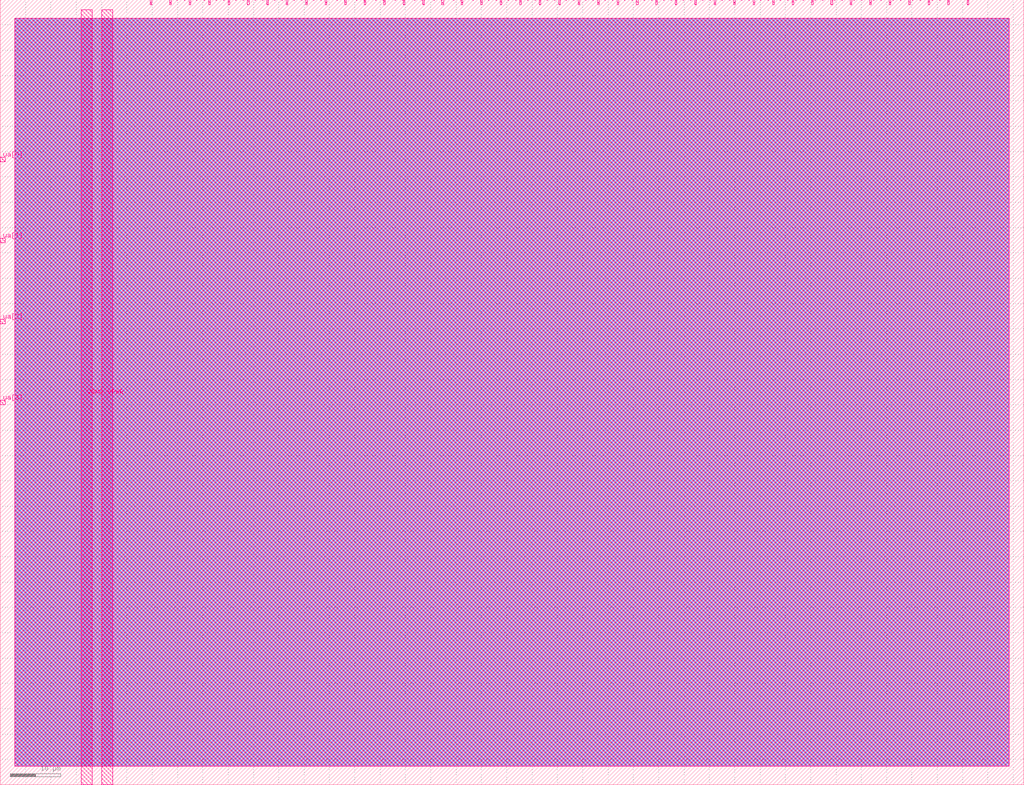
<source format=lef>
VERSION 5.7 ;
  NOWIREEXTENSIONATPIN ON ;
  DIVIDERCHAR "/" ;
  BUSBITCHARS "[]" ;
MACRO tt_um_template_1x1_analog
  CLASS BLOCK ;
  FOREIGN tt_um_template_1x1_analog ;
  ORIGIN 0.000 0.000 ;
  SIZE 202.080 BY 154.980 ;
  PIN VGND
    DIRECTION INOUT ;
    USE GROUND ;
    PORT
      LAYER Metal5 ;
        RECT 16.000 0.000 18.200 152.980 ;
    END
  END VGND
  PIN VPWR
    DIRECTION INOUT ;
    USE POWER ;
    PORT
      LAYER Metal5 ;
        RECT 20.000 0.000 22.200 152.980 ;
    END
  END VPWR
  PIN clk
    DIRECTION INPUT ;
    USE SIGNAL ;
    ANTENNAGATEAREA 0.426400 ;
    PORT
      LAYER Metal5 ;
        RECT 187.050 153.980 187.350 154.980 ;
    END
  END clk
  PIN ena
    DIRECTION INPUT ;
    USE SIGNAL ;
    PORT
      LAYER Metal5 ;
        RECT 190.890 153.980 191.190 154.980 ;
    END
  END ena
  PIN rst_n
    DIRECTION INPUT ;
    USE SIGNAL ;
    ANTENNAGATEAREA 0.741000 ;
    PORT
      LAYER Metal5 ;
        RECT 183.210 153.980 183.510 154.980 ;
    END
  END rst_n
  PIN ui_in[0]
    DIRECTION INPUT ;
    USE SIGNAL ;
    ANTENNAGATEAREA 0.180700 ;
    PORT
      LAYER Metal5 ;
        RECT 179.370 153.980 179.670 154.980 ;
    END
  END ui_in[0]
  PIN ui_in[1]
    DIRECTION INPUT ;
    USE SIGNAL ;
    ANTENNAGATEAREA 0.180700 ;
    PORT
      LAYER Metal5 ;
        RECT 175.530 153.980 175.830 154.980 ;
    END
  END ui_in[1]
  PIN ui_in[2]
    DIRECTION INPUT ;
    USE SIGNAL ;
    ANTENNAGATEAREA 0.180700 ;
    PORT
      LAYER Metal5 ;
        RECT 171.690 153.980 171.990 154.980 ;
    END
  END ui_in[2]
  PIN ui_in[3]
    DIRECTION INPUT ;
    USE SIGNAL ;
    ANTENNAGATEAREA 0.180700 ;
    PORT
      LAYER Metal5 ;
        RECT 167.850 153.980 168.150 154.980 ;
    END
  END ui_in[3]
  PIN ui_in[4]
    DIRECTION INPUT ;
    USE SIGNAL ;
    ANTENNAGATEAREA 0.180700 ;
    PORT
      LAYER Metal5 ;
        RECT 164.010 153.980 164.310 154.980 ;
    END
  END ui_in[4]
  PIN ui_in[5]
    DIRECTION INPUT ;
    USE SIGNAL ;
    ANTENNAGATEAREA 0.180700 ;
    PORT
      LAYER Metal5 ;
        RECT 160.170 153.980 160.470 154.980 ;
    END
  END ui_in[5]
  PIN ui_in[6]
    DIRECTION INPUT ;
    USE SIGNAL ;
    ANTENNAGATEAREA 0.180700 ;
    PORT
      LAYER Metal5 ;
        RECT 156.330 153.980 156.630 154.980 ;
    END
  END ui_in[6]
  PIN ui_in[7]
    DIRECTION INPUT ;
    USE SIGNAL ;
    ANTENNAGATEAREA 0.180700 ;
    PORT
      LAYER Metal5 ;
        RECT 152.490 153.980 152.790 154.980 ;
    END
  END ui_in[7]
  PIN uio_in[0]
    DIRECTION INPUT ;
    USE SIGNAL ;
    PORT
      LAYER Metal5 ;
        RECT 148.650 153.980 148.950 154.980 ;
    END
  END uio_in[0]
  PIN uio_in[1]
    DIRECTION INPUT ;
    USE SIGNAL ;
    PORT
      LAYER Metal5 ;
        RECT 144.810 153.980 145.110 154.980 ;
    END
  END uio_in[1]
  PIN uio_in[2]
    DIRECTION INPUT ;
    USE SIGNAL ;
    ANTENNAGATEAREA 0.180700 ;
    PORT
      LAYER Metal5 ;
        RECT 140.970 153.980 141.270 154.980 ;
    END
  END uio_in[2]
  PIN uio_in[3]
    DIRECTION INPUT ;
    USE SIGNAL ;
    PORT
      LAYER Metal5 ;
        RECT 137.130 153.980 137.430 154.980 ;
    END
  END uio_in[3]
  PIN uio_in[4]
    DIRECTION INPUT ;
    USE SIGNAL ;
    PORT
      LAYER Metal5 ;
        RECT 133.290 153.980 133.590 154.980 ;
    END
  END uio_in[4]
  PIN uio_in[5]
    DIRECTION INPUT ;
    USE SIGNAL ;
    PORT
      LAYER Metal5 ;
        RECT 129.450 153.980 129.750 154.980 ;
    END
  END uio_in[5]
  PIN uio_in[6]
    DIRECTION INPUT ;
    USE SIGNAL ;
    ANTENNAGATEAREA 0.180700 ;
    PORT
      LAYER Metal5 ;
        RECT 125.610 153.980 125.910 154.980 ;
    END
  END uio_in[6]
  PIN uio_in[7]
    DIRECTION INPUT ;
    USE SIGNAL ;
    PORT
      LAYER Metal5 ;
        RECT 121.770 153.980 122.070 154.980 ;
    END
  END uio_in[7]
  PIN uio_oe[0]
    DIRECTION OUTPUT ;
    USE SIGNAL ;
    ANTENNADIFFAREA 0.392700 ;
    PORT
      LAYER Metal5 ;
        RECT 56.490 153.980 56.790 154.980 ;
    END
  END uio_oe[0]
  PIN uio_oe[1]
    DIRECTION OUTPUT ;
    USE SIGNAL ;
    ANTENNADIFFAREA 0.712400 ;
    PORT
      LAYER Metal5 ;
        RECT 52.650 153.980 52.950 154.980 ;
    END
  END uio_oe[1]
  PIN uio_oe[2]
    DIRECTION OUTPUT ;
    USE SIGNAL ;
    ANTENNADIFFAREA 0.299200 ;
    PORT
      LAYER Metal5 ;
        RECT 48.810 153.980 49.110 154.980 ;
    END
  END uio_oe[2]
  PIN uio_oe[3]
    DIRECTION OUTPUT ;
    USE SIGNAL ;
    ANTENNADIFFAREA 0.392700 ;
    PORT
      LAYER Metal5 ;
        RECT 44.970 153.980 45.270 154.980 ;
    END
  END uio_oe[3]
  PIN uio_oe[4]
    DIRECTION OUTPUT ;
    USE SIGNAL ;
    ANTENNADIFFAREA 0.392700 ;
    PORT
      LAYER Metal5 ;
        RECT 41.130 153.980 41.430 154.980 ;
    END
  END uio_oe[4]
  PIN uio_oe[5]
    DIRECTION OUTPUT ;
    USE SIGNAL ;
    ANTENNADIFFAREA 0.392700 ;
    PORT
      LAYER Metal5 ;
        RECT 37.290 153.980 37.590 154.980 ;
    END
  END uio_oe[5]
  PIN uio_oe[6]
    DIRECTION OUTPUT ;
    USE SIGNAL ;
    ANTENNADIFFAREA 0.299200 ;
    PORT
      LAYER Metal5 ;
        RECT 33.450 153.980 33.750 154.980 ;
    END
  END uio_oe[6]
  PIN uio_oe[7]
    DIRECTION OUTPUT ;
    USE SIGNAL ;
    ANTENNADIFFAREA 0.392700 ;
    PORT
      LAYER Metal5 ;
        RECT 29.610 153.980 29.910 154.980 ;
    END
  END uio_oe[7]
  PIN uio_out[0]
    DIRECTION OUTPUT ;
    USE SIGNAL ;
    ANTENNADIFFAREA 0.654800 ;
    PORT
      LAYER Metal5 ;
        RECT 87.210 153.980 87.510 154.980 ;
    END
  END uio_out[0]
  PIN uio_out[1]
    DIRECTION OUTPUT ;
    USE SIGNAL ;
    ANTENNADIFFAREA 0.654800 ;
    PORT
      LAYER Metal5 ;
        RECT 83.370 153.980 83.670 154.980 ;
    END
  END uio_out[1]
  PIN uio_out[2]
    DIRECTION OUTPUT ;
    USE SIGNAL ;
    ANTENNADIFFAREA 0.299200 ;
    PORT
      LAYER Metal5 ;
        RECT 79.530 153.980 79.830 154.980 ;
    END
  END uio_out[2]
  PIN uio_out[3]
    DIRECTION OUTPUT ;
    USE SIGNAL ;
    ANTENNADIFFAREA 0.654800 ;
    PORT
      LAYER Metal5 ;
        RECT 75.690 153.980 75.990 154.980 ;
    END
  END uio_out[3]
  PIN uio_out[4]
    DIRECTION OUTPUT ;
    USE SIGNAL ;
    ANTENNADIFFAREA 0.654800 ;
    PORT
      LAYER Metal5 ;
        RECT 71.850 153.980 72.150 154.980 ;
    END
  END uio_out[4]
  PIN uio_out[5]
    DIRECTION OUTPUT ;
    USE SIGNAL ;
    ANTENNADIFFAREA 0.654800 ;
    PORT
      LAYER Metal5 ;
        RECT 68.010 153.980 68.310 154.980 ;
    END
  END uio_out[5]
  PIN uio_out[6]
    DIRECTION OUTPUT ;
    USE SIGNAL ;
    ANTENNADIFFAREA 0.299200 ;
    PORT
      LAYER Metal5 ;
        RECT 64.170 153.980 64.470 154.980 ;
    END
  END uio_out[6]
  PIN uio_out[7]
    DIRECTION OUTPUT ;
    USE SIGNAL ;
    ANTENNADIFFAREA 0.654800 ;
    PORT
      LAYER Metal5 ;
        RECT 60.330 153.980 60.630 154.980 ;
    END
  END uio_out[7]
  PIN uo_out[0]
    DIRECTION OUTPUT ;
    USE SIGNAL ;
    ANTENNADIFFAREA 0.654800 ;
    PORT
      LAYER Metal5 ;
        RECT 117.930 153.980 118.230 154.980 ;
    END
  END uo_out[0]
  PIN uo_out[1]
    DIRECTION OUTPUT ;
    USE SIGNAL ;
    ANTENNADIFFAREA 0.299200 ;
    PORT
      LAYER Metal5 ;
        RECT 114.090 153.980 114.390 154.980 ;
    END
  END uo_out[1]
  PIN uo_out[2]
    DIRECTION OUTPUT ;
    USE SIGNAL ;
    ANTENNADIFFAREA 0.299200 ;
    PORT
      LAYER Metal5 ;
        RECT 110.250 153.980 110.550 154.980 ;
    END
  END uo_out[2]
  PIN uo_out[3]
    DIRECTION OUTPUT ;
    USE SIGNAL ;
    ANTENNADIFFAREA 0.299200 ;
    PORT
      LAYER Metal5 ;
        RECT 106.410 153.980 106.710 154.980 ;
    END
  END uo_out[3]
  PIN uo_out[4]
    DIRECTION OUTPUT ;
    USE SIGNAL ;
    ANTENNADIFFAREA 0.299200 ;
    PORT
      LAYER Metal5 ;
        RECT 102.570 153.980 102.870 154.980 ;
    END
  END uo_out[4]
  PIN uo_out[5]
    DIRECTION OUTPUT ;
    USE SIGNAL ;
    ANTENNADIFFAREA 0.299200 ;
    PORT
      LAYER Metal5 ;
        RECT 98.730 153.980 99.030 154.980 ;
    END
  END uo_out[5]
  PIN uo_out[6]
    DIRECTION OUTPUT ;
    USE SIGNAL ;
    ANTENNADIFFAREA 0.299200 ;
    PORT
      LAYER Metal5 ;
        RECT 94.890 153.980 95.190 154.980 ;
    END
  END uo_out[6]
  PIN uo_out[7]
    DIRECTION OUTPUT ;
    USE SIGNAL ;
    ANTENNADIFFAREA 0.299200 ;
    PORT
      LAYER Metal5 ;
        RECT 91.050 153.980 91.350 154.980 ;
    END
  END uo_out[7]
  PIN ua[0]
    DIRECTION INOUT ;
    USE SIGNAL ;
    PORT
      LAYER Metal5 ;
        RECT 0.000 122.980 1.000 123.880 ;
    END
  END ua[0]
  PIN ua[1]
    DIRECTION INOUT ;
    USE SIGNAL ;
    PORT
      LAYER Metal5 ;
        RECT 0.000 106.980 1.000 107.880 ;
    END
  END ua[1]
  PIN ua[2]
    DIRECTION INOUT ;
    USE SIGNAL ;
    PORT
      LAYER Metal5 ;
        RECT 0.000 90.980 1.000 91.880 ;
    END
  END ua[2]
  PIN ua[3]
    DIRECTION INOUT ;
    USE SIGNAL ;
    PORT
      LAYER Metal5 ;
        RECT 0.000 74.980 1.000 75.880 ;
    END
  END ua[3]
  OBS
      LAYER GatPoly ;
        RECT 2.880 3.630 199.200 151.350 ;
      LAYER Metal1 ;
        RECT 2.880 3.630 199.200 151.350 ;
      LAYER Metal2 ;
        RECT 2.880 3.630 199.200 151.350 ;
      LAYER Metal3 ;
        RECT 2.880 3.630 199.200 151.350 ;
      LAYER Metal4 ;
        RECT 2.880 3.630 199.200 151.350 ;
      LAYER Metal5 ;
        RECT 2.880 3.630 199.200 151.350 ;
  END
END tt_um_template_1x1_analog
END LIBRARY

</source>
